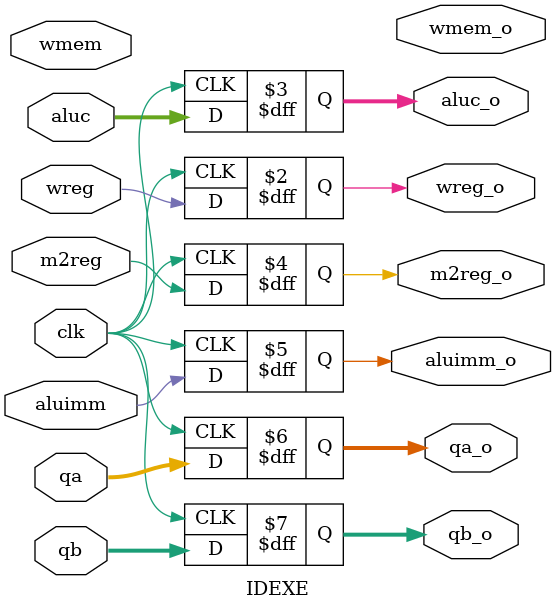
<source format=v>
`timescale 1ns / 1ps


module IDEXE(input clk, input wreg, input m2reg, input wmem, input [3:0] aluc, input aluimm, input [31:0] qa, input [31:0] qb, 
output reg wreg_o, output reg [3:0] aluc_o, output reg m2reg_o, output reg wmem_o, output reg aluimm_o, output reg [31:0] qa_o, output reg [31:0] qb_o
    ); // set output to input @ posedge clk
    always @(posedge clk)
    begin
     wreg_o<=wreg;
     aluc_o<=aluc;
     m2reg_o<=m2reg;
     aluimm_o<=aluimm;
     qa_o<=qa;
     qb_o<=qb;
    end
endmodule

</source>
